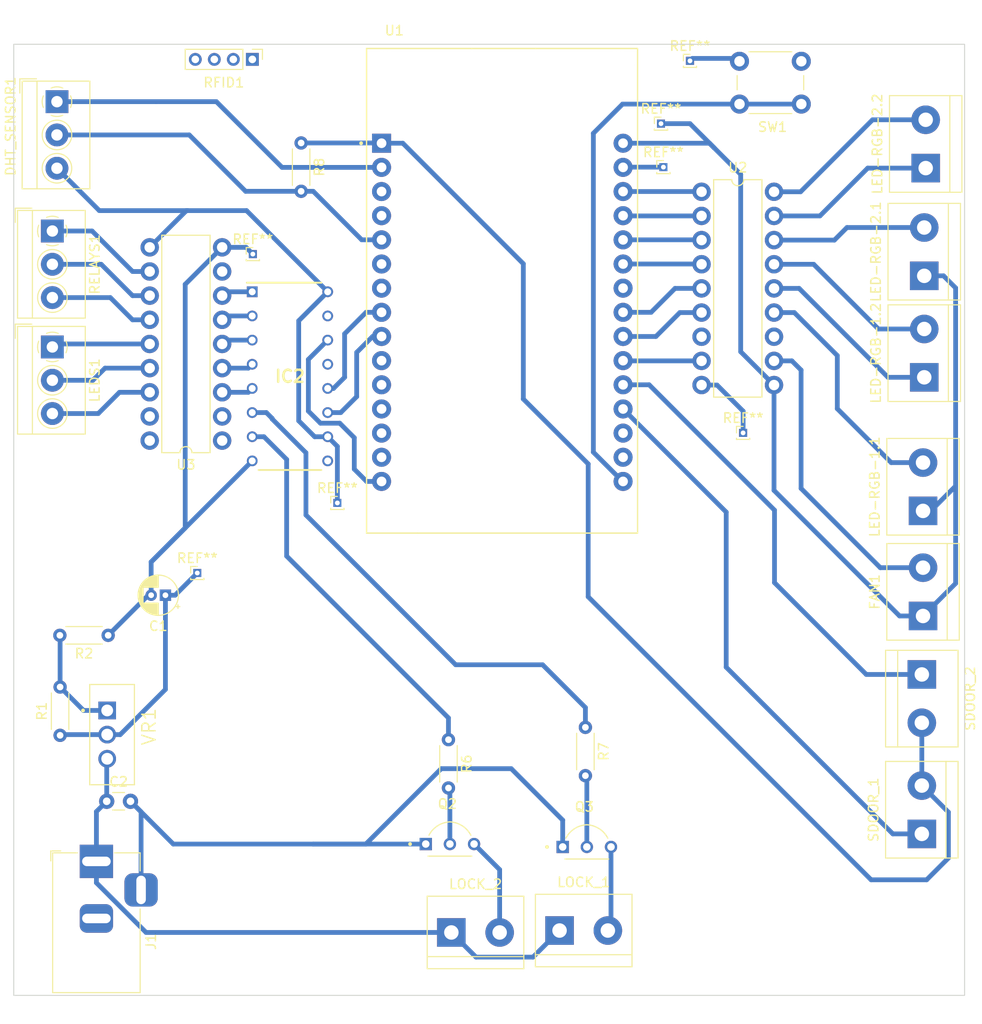
<source format=kicad_pcb>
(kicad_pcb (version 20221018) (generator pcbnew)
  (layers (0 "F.Cu" signal) (31 "B.Cu" signal) (34 "B.Paste" user) (35 "F.Paste" user) (36 "B.SilkS" user "B.Silkscreen") (37 "F.SilkS" user "F.Silkscreen") (38 "B.Mask" user) (39 "F.Mask" user) (44 "Edge.Cuts" user))
  (net 0 "")
  (net 1 "+5V")
  (net 2 "GND")
  (net 3 "+12V")
  (net 4 "DHT_DATA")
  (net 6 "SH_CP")
  (net 7 "ST_CP")
  (net 8 "DS")
  (net 10 "RED-LED")
  (net 11 "GREEN-LED")
  (net 12 "BLUE-LED")
  (net 13 "Net-(Q2-Pad2)")
  (net 14 "Net-(Q3-Pad2)")
  (net 15 "Net-(VR1-ADJ)")
  (net 16 "LOCKER_2")
  (net 17 "LOCKER_1")
  (net 18 "FAN_PWM")
  (net 19 "Net-(RELAYS1-Pin_1)")
  (net 20 "Net-(RELAYS1-Pin_2)")
  (net 21 "Net-(RELAYS1-Pin_3)")
  (net 22 "+3.3V")
  (net 23 "SDOOR1")
  (net 24 "SDOOR2")
  (net 26 "RFID - TX")
  (net 27 "RFID - RX")
  (net 28 "Net-(LEDS1-Pin_1)")
  (net 32 "Net-(LEDS1-Pin_2)")
  (net 36 "GREEN-LED-2")
  (net 37 "BLUE-LED-2")
  (net 38 "RED-LED-2")
  (net 39 "FAN_PWM_DRIVER")
  (net 40 "Net-(U1-EN)")
  (net 42 "/EXPANSION DRIVERS/F")
  (net 43 "/EXPANSION DRIVERS/E")
  (net 44 "/EXPANSION DRIVERS/D")
  (net 45 "/EXPANSION DRIVERS/C")
  (net 46 "/EXPANSION DRIVERS/B")
  (net 48 "/EXPANSION DRIVERS/A")
  (net 50 "Net-(LEDS1-Pin_3)")
  (net 58 "Net-(LOCK_1-Pin_2)")
  (net 59 "Net-(LOCK_2-Pin_2)")
  (net 60 "Net-(LED-RGB-2.2-Pin_1)")
  (net 61 "Net-(LED-RGB-2.1-Pin_2)")
  (net 62 "Net-(LED-RGB-1.2-Pin_1)")
  (net 63 "Net-(LED-RGB-1.1-Pin_2)")
  (net 64 "Net-(LED-RGB-1.2-Pin_2)")
  (net 65 "Net-(LED-RGB-2.2-Pin_2)")
  (footprint "SN74HC595N:DIP794W53P254L1930H508Q16N" (layer "F.Cu") (at 123.03 78.8924)
    (fp_text reference "IC2" (at 0 0) (layer "F.SilkS") (effects (font (size 1.27 1.27) (thickness 0.254))))
    (fp_text value "SN74HC595N" hide)
    (pad "1" thru_hole rect (at -3.97 -8.89) (size 1.13 1.13) (drill 0.73) (layers "*.Cu" "*.Mask") (net 46 "/EXPANSION DRIVERS/B"))
    (pad "2" thru_hole circle (at -3.97 -6.35) (size 1.13 1.13) (drill 0.73) (layers "*.Cu" "*.Mask") (net 45 "/EXPANSION DRIVERS/C"))
    (pad "3" thru_hole circle (at -3.97 -3.81) (size 1.13 1.13) (drill 0.73) (layers "*.Cu" "*.Mask") (net 44 "/EXPANSION DRIVERS/D"))
    (pad "4" thru_hole circle (at -3.97 -1.27) (size 1.13 1.13) (drill 0.73) (layers "*.Cu" "*.Mask") (net 43 "/EXPANSION DRIVERS/E"))
    (pad "5" thru_hole circle (at -3.97 1.27) (size 1.13 1.13) (drill 0.73) (layers "*.Cu" "*.Mask") (net 42 "/EXPANSION DRIVERS/F"))
    (pad "6" thru_hole circle (at -3.97 3.81) (size 1.13 1.13) (drill 0.73) (layers "*.Cu" "*.Mask") (net 17 "LOCKER_1"))
    (pad "7" thru_hole circle (at -3.97 6.35) (size 1.13 1.13) (drill 0.73) (layers "*.Cu" "*.Mask") (net 16 "LOCKER_2"))
    (pad "8" thru_hole circle (at -3.97 8.89) (size 1.13 1.13) (drill 0.73) (layers "*.Cu" "*.Mask") (net 2 "GND"))
    (pad "9" thru_hole circle (at 3.97 8.89) (size 1.13 1.13) (drill 0.73) (layers "*.Cu" "*.Mask"))
    (pad "10" thru_hole circle (at 3.97 6.35) (size 1.13 1.13) (drill 0.73) (layers "*.Cu" "*.Mask") (net 1 "+5V"))
    (pad "11" thru_hole circle (at 3.97 3.81) (size 1.13 1.13) (drill 0.73) (layers "*.Cu" "*.Mask") (net 6 "SH_CP"))
    (pad "12" thru_hole circle (at 3.97 1.27) (size 1.13 1.13) (drill 0.73) (layers "*.Cu" "*.Mask") (net 7 "ST_CP"))
    (pad "13" thru_hole circle (at 3.97 -1.27) (size 1.13 1.13) (drill 0.73) (layers "*.Cu" "*.Mask") (net 2 "GND"))
    (pad "14" thru_hole circle (at 3.97 -3.81) (size 1.13 1.13) (drill 0.73) (layers "*.Cu" "*.Mask") (net 8 "DS"))
    (pad "15" thru_hole circle (at 3.97 -6.35) (size 1.13 1.13) (drill 0.73) (layers "*.Cu" "*.Mask"))
    (pad "16" thru_hole circle (at 3.97 -8.89) (size 1.13 1.13) (drill 0.73) (layers "*.Cu" "*.Mask") (net 1 "+5V"))
  )
  (footprint "Connector_PinHeader_1.00mm:PinHeader_1x01_P1.00mm_Vertical" (layer "F.Cu") (at 128.016 92.202)
    (fp_text reference "REF**" (at 0 -1.56) (layer "F.SilkS"))
    (fp_text value "PinHeader_1x01_P1.00mm_Vertical")
    (pad "1" thru_hole rect (at 0 0) (size 0.85 0.85) (drill 0.5) (layers "*.Cu" "*.Mask") (net 1 "+5V"))
  )
  (footprint "TerminalBlock:TerminalBlock_bornier-2_P5.08mm" (layer "F.Cu") (at 151.384 137.16)
    (fp_text reference "LOCK_1" (at 2.54 -5.08) (layer "F.SilkS"))
    (fp_text value "Screw_Terminal_01x02")
    (pad "1" thru_hole rect (at 0 0) (size 3 3) (drill 1.52) (layers "*.Cu" "*.Mask") (net 3 "+12V"))
    (pad "2" thru_hole circle (at 5.08 0) (size 3 3) (drill 1.52) (layers "*.Cu" "*.Mask") (net 58 "Net-(LOCK_1-Pin_2)"))
  )
  (footprint "Button_Switch_THT:SW_PUSH_6mm_H4.3mm" (layer "F.Cu") (at 170.3094 45.7666)
    (fp_text reference "SW1" (at 3.4774 6.913) (layer "F.SilkS"))
    (fp_text value "SW_Push")
    (pad "1" thru_hole circle (at 0 0 90) (size 2 2) (drill 1.1) (layers "*.Cu" "*.Mask") (net 2 "GND"))
    (pad "1" thru_hole circle (at 6.5 0 90) (size 2 2) (drill 1.1) (layers "*.Cu" "*.Mask") (net 2 "GND"))
    (pad "2" thru_hole circle (at 0 4.5 90) (size 2 2) (drill 1.1) (layers "*.Cu" "*.Mask") (net 40 "Net-(U1-EN)"))
    (pad "2" thru_hole circle (at 6.5 4.5 90) (size 2 2) (drill 1.1) (layers "*.Cu" "*.Mask") (net 40 "Net-(U1-EN)"))
  )
  (footprint "Resistor_THT:R_Axial_DIN0204_L3.6mm_D1.6mm_P5.08mm_Horizontal" (layer "F.Cu") (at 103.9114 106.1212 180)
    (fp_text reference "R2" (at 2.54 -1.92) (layer "F.SilkS"))
    (fp_text value "680")
    (pad "1" thru_hole circle (at 0 0 180) (size 1.4 1.4) (drill 0.7) (layers "*.Cu" "*.Mask") (net 2 "GND"))
    (pad "2" thru_hole oval (at 5.08 0 180) (size 1.4 1.4) (drill 0.7) (layers "*.Cu" "*.Mask") (net 15 "Net-(VR1-ADJ)"))
  )
  (footprint "TerminalBlock_4Ucon:TerminalBlock_4Ucon_1x03_P3.50mm_Horizontal" (layer "F.Cu") (at 98.044 75.804 -90)
    (fp_text reference "LEDS1" (at 3.5 -4.46 90) (layer "F.SilkS"))
    (fp_text value "Screw_Terminal_01x03")
    (pad "1" thru_hole rect (at 0 0 270) (size 2.4 2.4) (drill 1.2) (layers "*.Cu" "*.Mask") (net 28 "Net-(LEDS1-Pin_1)"))
    (pad "2" thru_hole circle (at 3.5 0 270) (size 2.4 2.4) (drill 1.2) (layers "*.Cu" "*.Mask") (net 32 "Net-(LEDS1-Pin_2)"))
    (pad "3" thru_hole circle (at 7 0 270) (size 2.4 2.4) (drill 1.2) (layers "*.Cu" "*.Mask") (net 50 "Net-(LEDS1-Pin_3)"))
  )
  (footprint "Connector_PinHeader_1.00mm:PinHeader_1x01_P1.00mm_Vertical" (layer "F.Cu") (at 162.306 56.896)
    (fp_text reference "REF**" (at 0 -1.56) (layer "F.SilkS"))
    (fp_text value "PinHeader_1x01_P1.00mm_Vertical")
    (pad "1" thru_hole rect (at 0 0) (size 0.85 0.85) (drill 0.5) (layers "*.Cu" "*.Mask") (net 2 "GND"))
  )
  (footprint "Connector_BarrelJack:BarrelJack_Horizontal" (layer "F.Cu") (at 102.6745 129.89 90)
    (fp_text reference "J1" (at -8.45 5.75 90) (layer "F.SilkS"))
    (fp_text value "Barrel_Jack_Switch_Pin3Ring")
    (pad "1" thru_hole rect (at 0 0 90) (size 3.5 3.5) (drill oval 1 3) (layers "*.Cu" "*.Mask") (net 3 "+12V"))
    (pad "2" thru_hole roundrect (at -6 0 90) (size 3 3.5) (drill oval 1 3) (layers "*.Cu" "*.Mask"))
    (pad "3" thru_hole roundrect (at -3 4.7 90) (size 3.5 3.5) (drill oval 3 1) (layers "*.Cu" "*.Mask") (net 2 "GND"))
  )
  (footprint "Connector_PinHeader_1.00mm:PinHeader_1x01_P1.00mm_Vertical" (layer "F.Cu") (at 165.1 45.72)
    (fp_text reference "REF**" (at 0 -1.56) (layer "F.SilkS"))
    (fp_text value "PinHeader_1x01_P1.00mm_Vertical")
    (pad "1" thru_hole rect (at 0 0) (size 0.85 0.85) (drill 0.5) (layers "*.Cu" "*.Mask") (net 2 "GND"))
  )
  (footprint "ULN2803A:ULN2803A" (layer "F.Cu") (at 112.0902 76.7588 180)
    (fp_text reference "U3" (at 0 -11.43) (layer "F.SilkS"))
    (fp_text value "ULN2803A")
    (pad "1" thru_hole circle (at -3.81 -8.89 180) (size 1.9304 1.9304) (drill 1.1) (layers "*.Cu" "*.Mask"))
    (pad "2" thru_hole circle (at -3.81 -6.35 180) (size 1.9304 1.9304) (drill 1.1) (layers "*.Cu" "*.Mask"))
    (pad "3" thru_hole circle (at -3.81 -3.81 180) (size 1.9304 1.9304) (drill 1.1) (layers "*.Cu" "*.Mask") (net 42 "/EXPANSION DRIVERS/F"))
    (pad "4" thru_hole circle (at -3.81 -1.27 180) (size 1.9304 1.9304) (drill 1.1) (layers "*.Cu" "*.Mask") (net 43 "/EXPANSION DRIVERS/E"))
    (pad "5" thru_hole circle (at -3.81 1.27 180) (size 1.9304 1.9304) (drill 1.1) (layers "*.Cu" "*.Mask") (net 44 "/EXPANSION DRIVERS/D"))
    (pad "6" thru_hole circle (at -3.81 3.81 180) (size 1.9304 1.9304) (drill 1.1) (layers "*.Cu" "*.Mask") (net 45 "/EXPANSION DRIVERS/C"))
    (pad "7" thru_hole circle (at -3.81 6.35 180) (size 1.9304 1.9304) (drill 1.1) (layers "*.Cu" "*.Mask") (net 46 "/EXPANSION DRIVERS/B"))
    (pad "8" thru_hole circle (at -3.81 8.89 180) (size 1.9304 1.9304) (drill 1.1) (layers "*.Cu" "*.Mask") (net 48 "/EXPANSION DRIVERS/A"))
    (pad "9" thru_hole circle (at -3.81 11.43 180) (size 1.9304 1.9304) (drill 1.1) (layers "*.Cu" "*.Mask") (net 2 "GND"))
    (pad "10" thru_hole circle (at 3.81 11.43 180) (size 1.9304 1.9304) (drill 1.1) (layers "*.Cu" "*.Mask") (net 1 "+5V"))
    (pad "11" thru_hole circle (at 3.81 8.89 180) (size 1.9304 1.9304) (drill 1.1) (layers "*.Cu" "*.Mask") (net 19 "Net-(RELAYS1-Pin_1)"))
    (pad "12" thru_hole circle (at 3.81 6.35 180) (size 1.9304 1.9304) (drill 1.1) (layers "*.Cu" "*.Mask") (net 20 "Net-(RELAYS1-Pin_2)"))
    (pad "13" thru_hole circle (at 3.81 3.81 180) (size 1.9304 1.9304) (drill 1.1) (layers "*.Cu" "*.Mask") (net 21 "Net-(RELAYS1-Pin_3)"))
    (pad "14" thru_hole circle (at 3.81 1.27 180) (size 1.9304 1.9304) (drill 1.1) (layers "*.Cu" "*.Mask") (net 28 "Net-(LEDS1-Pin_1)"))
    (pad "15" thru_hole circle (at 3.81 -1.27 180) (size 1.9304 1.9304) (drill 1.1) (layers "*.Cu" "*.Mask") (net 32 "Net-(LEDS1-Pin_2)"))
    (pad "16" thru_hole circle (at 3.81 -3.81 180) (size 1.9304 1.9304) (drill 1.1) (layers "*.Cu" "*.Mask") (net 50 "Net-(LEDS1-Pin_3)"))
    (pad "17" thru_hole circle (at 3.81 -6.35 180) (size 1.9304 1.9304) (drill 1.1) (layers "*.Cu" "*.Mask"))
    (pad "18" thru_hole circle (at 3.81 -8.89 180) (size 1.9304 1.9304) (drill 1.1) (layers "*.Cu" "*.Mask"))
  )
  (footprint "TerminalBlock:TerminalBlock_bornier-2_P5.08mm" (layer "F.Cu") (at 140.0048 137.3632)
    (fp_text reference "LOCK_2" (at 2.54 -5.08) (layer "F.SilkS"))
    (fp_text value "Screw_Terminal_01x02")
    (pad "1" thru_hole rect (at 0 0) (size 3 3) (drill 1.52) (layers "*.Cu" "*.Mask") (net 3 "+12V"))
    (pad "2" thru_hole circle (at 5.08 0) (size 3 3) (drill 1.52) (layers "*.Cu" "*.Mask") (net 59 "Net-(LOCK_2-Pin_2)"))
  )
  (footprint "Capacitor_THT:C_Disc_D3.0mm_W1.6mm_P2.50mm" (layer "F.Cu") (at 103.759 123.571)
    (fp_text reference "C2" (at 1.25 -2.05) (layer "F.SilkS"))
    (fp_text value "0.1uF")
    (pad "1" thru_hole circle (at 0 0) (size 1.6 1.6) (drill 0.8) (layers "*.Cu" "*.Mask") (net 3 "+12V"))
    (pad "2" thru_hole circle (at 2.5 0) (size 1.6 1.6) (drill 0.8) (layers "*.Cu" "*.Mask") (net 2 "GND"))
  )
  (footprint "TerminalBlock:TerminalBlock_bornier-2_P5.08mm" (layer "F.Cu") (at 189.738 68.326 90)
    (fp_text reference "LED-RGB-2.1" (at 2.54 -5.08 90) (layer "F.SilkS"))
    (fp_text value "Screw_Terminal_01x02")
    (pad "1" thru_hole rect (at 0 0 90) (size 3 3) (drill 1.52) (layers "*.Cu" "*.Mask") (net 1 "+5V"))
    (pad "2" thru_hole circle (at 5.08 0 90) (size 3 3) (drill 1.52) (layers "*.Cu" "*.Mask") (net 61 "Net-(LED-RGB-2.1-Pin_2)"))
  )
  (footprint "Connector_PinHeader_1.00mm:PinHeader_1x01_P1.00mm_Vertical" (layer "F.Cu") (at 119.126 66.04)
    (fp_text reference "REF**" (at 0 -1.56) (layer "F.SilkS"))
    (fp_text value "PinHeader_1x01_P1.00mm_Vertical")
    (pad "1" thru_hole rect (at 0 0) (size 0.85 0.85) (drill 0.5) (layers "*.Cu" "*.Mask") (net 2 "GND"))
  )
  (footprint "TerminalBlock_4Ucon:TerminalBlock_4Ucon_1x03_P3.50mm_Horizontal" (layer "F.Cu") (at 98.5266 50.0126 -90)
    (fp_text reference "DHT_SENSOR1" (at 2.5908 4.8768 90) (layer "F.SilkS"))
    (fp_text value "Screw_Terminal_01x03")
    (pad "1" thru_hole rect (at 0 0 270) (size 2.4 2.4) (drill 1.2) (layers "*.Cu" "*.Mask") (net 2 "GND"))
    (pad "2" thru_hole circle (at 3.5 0 270) (size 2.4 2.4) (drill 1.2) (layers "*.Cu" "*.Mask") (net 4 "DHT_DATA"))
    (pad "3" thru_hole circle (at 7 0 270) (size 2.4 2.4) (drill 1.2) (layers "*.Cu" "*.Mask") (net 1 "+5V"))
  )
  (footprint "Capacitor_THT:CP_Radial_D4.0mm_P1.50mm" (layer "F.Cu") (at 109.9326 101.9048 180)
    (fp_text reference "C1" (at 0.75 -3.25) (layer "F.SilkS"))
    (fp_text value "1uF")
    (pad "1" thru_hole rect (at 0 0 180) (size 1.2 1.2) (drill 0.6) (layers "*.Cu" "*.Mask") (net 1 "+5V"))
    (pad "2" thru_hole circle (at 1.5 0 180) (size 1.2 1.2) (drill 0.6) (layers "*.Cu" "*.Mask") (net 2 "GND"))
  )
  (footprint "Resistor_THT:R_Axial_DIN0204_L3.6mm_D1.6mm_P5.08mm_Horizontal" (layer "F.Cu") (at 154.1018 115.7986 -90)
    (fp_text reference "R7" (at 2.54 -1.92 90) (layer "F.SilkS"))
    (fp_text value "1k")
    (pad "1" thru_hole circle (at 0 0 270) (size 1.4 1.4) (drill 0.7) (layers "*.Cu" "*.Mask") (net 17 "LOCKER_1"))
    (pad "2" thru_hole oval (at 5.08 0 270) (size 1.4 1.4) (drill 0.7) (layers "*.Cu" "*.Mask") (net 14 "Net-(Q3-Pad2)"))
  )
  (footprint "Connector_PinHeader_1.00mm:PinHeader_1x01_P1.00mm_Vertical" (layer "F.Cu") (at 170.688 84.836)
    (fp_text reference "REF**" (at 0 -1.56) (layer "F.SilkS"))
    (fp_text value "PinHeader_1x01_P1.00mm_Vertical")
    (pad "1" thru_hole rect (at 0 0) (size 0.85 0.85) (drill 0.5) (layers "*.Cu" "*.Mask") (net 2 "GND"))
  )
  (footprint "Resistor_THT:R_Axial_DIN0204_L3.6mm_D1.6mm_P5.08mm_Horizontal" (layer "F.Cu") (at 98.8568 116.6368 90)
    (fp_text reference "R1" (at 2.54 -1.92 90) (layer "F.SilkS"))
    (fp_text value "240")
    (pad "1" thru_hole circle (at 0 0 90) (size 1.4 1.4) (drill 0.7) (layers "*.Cu" "*.Mask") (net 1 "+5V"))
    (pad "2" thru_hole oval (at 5.08 0 90) (size 1.4 1.4) (drill 0.7) (layers "*.Cu" "*.Mask") (net 15 "Net-(VR1-ADJ)"))
  )
  (footprint "TerminalBlock:TerminalBlock_bornier-2_P5.08mm" (layer "F.Cu") (at 189.738 78.994 90)
    (fp_text reference "LED-RGB-1.2" (at 2.54 -5.08 90) (layer "F.SilkS"))
    (fp_text value "Screw_Terminal_01x02")
    (pad "1" thru_hole rect (at 0 0 90) (size 3 3) (drill 1.52) (layers "*.Cu" "*.Mask") (net 62 "Net-(LED-RGB-1.2-Pin_1)"))
    (pad "2" thru_hole circle (at 5.08 0 90) (size 3 3) (drill 1.52) (layers "*.Cu" "*.Mask") (net 64 "Net-(LED-RGB-1.2-Pin_2)"))
  )
  (footprint "2N2222A:TO92254P470H750-3" (layer "F.Cu") (at 139.8524 125.7368)
    (fp_text reference "Q2" (at -0.264 -1.887) (layer "F.SilkS"))
    (fp_text value "2N2222A")
    (pad "1" thru_hole rect (at -2.54 2.33) (size 1.298 1.298) (drill 0.79) (layers "*.Cu" "*.Mask") (net 2 "GND"))
    (pad "2" thru_hole circle (at 0 2.33) (size 1.298 1.298) (drill 0.79) (layers "*.Cu" "*.Mask") (net 13 "Net-(Q2-Pad2)"))
    (pad "3" thru_hole circle (at 2.54 2.33) (size 1.298 1.298) (drill 0.79) (layers "*.Cu" "*.Mask") (net 59 "Net-(LOCK_2-Pin_2)"))
  )
  (footprint "2N2222A:TO92254P470H750-3" (layer "F.Cu") (at 154.2542 126.0416)
    (fp_text reference "Q3" (at -0.264 -1.887) (layer "F.SilkS"))
    (fp_text value "2N2222A")
    (pad "1" thru_hole rect (at -2.54 2.33) (size 1.298 1.298) (drill 0.79) (layers "*.Cu" "*.Mask") (net 2 "GND"))
    (pad "2" thru_hole circle (at 0 2.33) (size 1.298 1.298) (drill 0.79) (layers "*.Cu" "*.Mask") (net 14 "Net-(Q3-Pad2)"))
    (pad "3" thru_hole circle (at 2.54 2.33) (size 1.298 1.298) (drill 0.79) (layers "*.Cu" "*.Mask") (net 58 "Net-(LOCK_1-Pin_2)"))
  )
  (footprint "Resistor_THT:R_Axial_DIN0204_L3.6mm_D1.6mm_P5.08mm_Horizontal" (layer "F.Cu") (at 124.206 54.356 -90)
    (fp_text reference "R8" (at 2.54 -1.92 90) (layer "F.SilkS"))
    (fp_text value "R")
    (pad "1" thru_hole circle (at 0 0 270) (size 1.4 1.4) (drill 0.7) (layers "*.Cu" "*.Mask") (net 22 "+3.3V"))
    (pad "2" thru_hole oval (at 5.08 0 270) (size 1.4 1.4) (drill 0.7) (layers "*.Cu" "*.Mask") (net 4 "DHT_DATA"))
  )
  (footprint "LM317T:TO254P1054X470X1955-3" (layer "F.Cu") (at 103.8098 116.5606 -90)
    (fp_text reference "VR1" (at -0.835 -4.399 90) (layer "F.SilkS") (effects (font (size 1.4 1.4))))
    (fp_text value "LM317T")
    (pad "1" thru_hole rect (at -2.54 0 270) (size 1.86 1.86) (drill 1.24) (layers "*.Cu" "*.Mask") (net 15 "Net-(VR1-ADJ)"))
    (pad "2" thru_hole circle (at 0 0 270) (size 1.86 1.86) (drill 1.24) (layers "*.Cu" "*.Mask") (net 1 "+5V"))
    (pad "3" thru_hole circle (at 2.54 0 270) (size 1.86 1.86) (drill 1.24) (layers "*.Cu" "*.Mask") (net 3 "+12V"))
  )
  (footprint "Resistor_THT:R_Axial_DIN0204_L3.6mm_D1.6mm_P5.08mm_Horizontal" (layer "F.Cu") (at 139.7 117.094 -90)
    (fp_text reference "R6" (at 2.54 -1.92 90) (layer "F.SilkS"))
    (fp_text value "1K")
    (pad "1" thru_hole circle (at 0 0 270) (size 1.4 1.4) (drill 0.7) (layers "*.Cu" "*.Mask") (net 16 "LOCKER_2"))
    (pad "2" thru_hole oval (at 5.08 0 270) (size 1.4 1.4) (drill 0.7) (layers "*.Cu" "*.Mask") (net 13 "Net-(Q2-Pad2)"))
  )
  (footprint "Connector_PinHeader_2.00mm:PinHeader_1x04_P2.00mm_Vertical" (layer "F.Cu") (at 119.0752 45.5676 -90)
    (fp_text reference "RFID1" (at 2.4384 2.9972) (layer "F.SilkS"))
    (fp_text value "Conn_01x04_Pin")
    (pad "1" thru_hole rect (at 0 0 270) (size 1.35 1.35) (drill 0.8) (layers "*.Cu" "*.Mask") (net 1 "+5V"))
    (pad "2" thru_hole oval (at 0 2 270) (size 1.35 1.35) (drill 0.8) (layers "*.Cu" "*.Mask") (net 26 "RFID - TX"))
    (pad "3" thru_hole oval (at 0 4 270) (size 1.35 1.35) (drill 0.8) (layers "*.Cu" "*.Mask") (net 27 "RFID - RX"))
    (pad "4" thru_hole oval (at 0 6 270) (size 1.35 1.35) (drill 0.8) (layers "*.Cu" "*.Mask") (net 2 "GND"))
  )
  (footprint "TerminalBlock_4Ucon:TerminalBlock_4Ucon_1x03_P3.50mm_Horizontal" (layer "F.Cu") (at 98.044 63.612 -90)
    (fp_text reference "RELAYS1" (at 3.5 -4.46 90) (layer "F.SilkS"))
    (fp_text value "Screw_Terminal_01x03")
    (pad "1" thru_hole rect (at 0 0 270) (size 2.4 2.4) (drill 1.2) (layers "*.Cu" "*.Mask") (net 19 "Net-(RELAYS1-Pin_1)"))
    (pad "2" thru_hole circle (at 3.5 0 270) (size 2.4 2.4) (drill 1.2) (layers "*.Cu" "*.Mask") (net 20 "Net-(RELAYS1-Pin_2)"))
    (pad "3" thru_hole circle (at 7 0 270) (size 2.4 2.4) (drill 1.2) (layers "*.Cu" "*.Mask") (net 21 "Net-(RELAYS1-Pin_3)"))
  )
  (footprint "TerminalBlock:TerminalBlock_bornier-2_P5.08mm" (layer "F.Cu") (at 189.611 104.0892 90)
    (fp_text reference "FAN1" (at 2.54 -5.08 90) (layer "F.SilkS"))
    (fp_text value "Fan")
    (pad "1" thru_hole rect (at 0 0 90) (size 3 3) (drill 1.52) (layers "*.Cu" "*.Mask") (net 1 "+5V"))
    (pad "2" thru_hole circle (at 5.08 0 90) (size 3 3) (drill 1.52) (layers "*.Cu" "*.Mask") (net 18 "FAN_PWM"))
  )
  (footprint "ESP32-DEVKIT-V1:MODULE_ESP32_DEVKIT_V1" (layer "F.Cu") (at 145.3642 69.8964)
    (fp_text reference "U1" (at -11.355 -27.36) (layer "F.SilkS"))
    (fp_text value "ESP32-DEVKIT-V1")
    (pad "" np_thru_hole circle (at -12.28 -23.475) (size 3 3) (drill 3) (layers "*.Cu" "*.Mask"))
    (pad "" np_thru_hole circle (at -12.28 23.475) (size 3 3) (drill 3) (layers "*.Cu" "*.Mask"))
    (pad "" np_thru_hole circle (at 12.23 -23.475) (size 3 3) (drill 3) (layers "*.Cu" "*.Mask"))
    (pad "" np_thru_hole circle (at 12.23 23.475) (size 3 3) (drill 3) (layers "*.Cu" "*.Mask"))
    (pad "1" thru_hole rect (at -12.7 -15.515) (size 2 2) (drill 1.02) (layers "*.Cu" "*.Mask") (net 22 "+3.3V"))
    (pad "2" thru_hole circle (at -12.7 -12.975) (size 2 2) (drill 1.02) (layers "*.Cu" "*.Mask") (net 2 "GND"))
    (pad "3" thru_hole circle (at -12.7 -10.435) (size 2 2) (drill 1.02) (layers "*.Cu" "*.Mask"))
    (pad "4" thru_hole circle (at -12.7 -7.895) (size 2 2) (drill 1.02) (layers "*.Cu" "*.Mask"))
    (pad "5" thru_hole circle (at -12.7 -5.355) (size 2 2) (drill 1.02) (layers "*.Cu" "*.Mask") (net 4 "DHT_DATA"))
    (pad "6" thru_hole circle (at -12.7 -2.815) (size 2 2) (drill 1.02) (layers "*.Cu" "*.Mask") (net 26 "RFID - TX"))
    (pad "7" thru_hole circle (at -12.7 -0.275) (size 2 2) (drill 1.02) (layers "*.Cu" "*.Mask") (net 27 "RFID - RX"))
    (pad "8" thru_hole circle (at -12.7 2.265) (size 2 2) (drill 1.02) (layers "*.Cu" "*.Mask") (net 7 "ST_CP"))
    (pad "9" thru_hole circle (at -12.7 4.805) (size 2 2) (drill 1.02) (layers "*.Cu" "*.Mask") (net 6 "SH_CP"))
    (pad "10" thru_hole circle (at -12.7 7.345) (size 2 2) (drill 1.02) (layers "*.Cu" "*.Mask"))
    (pad "11" thru_hole circle (at -12.7 9.885) (size 2 2) (drill 1.02) (layers "*.Cu" "*.Mask"))
    (pad "12" thru_hole circle (at -12.7 12.425) (size 2 2) (drill 1.02) (layers "*.Cu" "*.Mask"))
    (pad "13" thru_hole circle (at -12.7 14.965) (size 2 2) (drill 1.02) (layers "*.Cu" "*.Mask"))
    (pad "14" thru_hole circle (at -12.7 17.505) (size 2 2) (drill 1.02) (layers "*.Cu" "*.Mask"))
    (pad "15" thru_hole circle (at -12.7 20.045) (size 2 2) (drill 1.02) (layers "*.Cu" "*.Mask") (net 8 "DS"))
    (pad "16" thru_hole circle (at 12.7 20.045) (size 2 2) (drill 1.02) (layers "*.Cu" "*.Mask") (net 40 "Net-(U1-EN)"))
    (pad "17" thru_hole circle (at 12.7 17.505) (size 2 2) (drill 1.02) (layers "*.Cu" "*.Mask"))
    (pad "18" thru_hole circle (at 12.7 14.965) (size 2 2) (drill 1.02) (layers "*.Cu" "*.Mask"))
    (pad "19" thru_hole circle (at 12.7 12.425) (size 2 2) (drill 1.02) (layers "*.Cu" "*.Mask") (net 23 "SDOOR1"))
    (pad "20" thru_hole circle (at 12.7 9.885) (size 2 2) (drill 1.02) (layers "*.Cu" "*.Mask") (net 24 "SDOOR2"))
    (pad "21" thru_hole circle (at 12.7 7.345) (size 2 2) (drill 1.02) (layers "*.Cu" "*.Mask") (net 39 "FAN_PWM_DRIVER"))
    (pad "22" thru_hole circle (at 12.7 4.805) (size 2 2) (drill 1.02) (layers "*.Cu" "*.Mask") (net 12 "BLUE-LED"))
    (pad "23" thru_hole circle (at 12.7 2.265) (size 2 2) (drill 1.02) (layers "*.Cu" "*.Mask") (net 11 "GREEN-LED"))
    (pad "24" thru_hole circle (at 12.7 -0.275) (size 2 2) (drill 1.02) (layers "*.Cu" "*.Mask"))
    (pad "25" thru_hole circle (at 12.7 -2.815) (size 2 2) (drill 1.02) (layers "*.Cu" "*.Mask") (net 10 "RED-LED"))
    (pad "26" thru_hole circle (at 12.7 -5.355) (size 2 2) (drill 1.02) (layers "*.Cu" "*.Mask") (net 37 "BLUE-LED-2"))
    (pad "27" thru_hole circle (at 12.7 -7.895) (size 2 2) (drill 1.02) (layers "*.Cu" "*.Mask") (net 38 "RED-LED-2"))
    (pad "28" thru_hole circle (at 12.7 -10.435) (size 2 2) (drill 1.02) (layers "*.Cu" "*.Mask") (net 36 "GREEN-LED-2"))
    (pad "29" thru_hole circle (at 12.7 -12.975) (size 2 2) (drill 1.02) (layers "*.Cu" "*.Mask") (net 2 "GND"))
    (pad "30" thru_hole circle (at 12.7 -15.515) (size 2 2) (drill 1.02) (layers "*.Cu" "*.Mask") (net 1 "+5V"))
  )
  (footprint "TerminalBlock:TerminalBlock_bornier-2_P5.08mm" (layer "F.Cu") (at 189.8904 56.9976 90)
    (fp_text reference "LED-RGB-2.2" (at 2.54 -5.08 90) (layer "F.SilkS"))
    (fp_text value "Screw_Terminal_01x02")
    (pad "1" thru_hole rect (at 0 0 90) (size 3 3) (drill 1.52) (layers "*.Cu" "*.Mask") (net 60 "Net-(LED-RGB-2.2-Pin_1)"))
    (pad "2" thru_hole circle (at 5.08 0 90) (size 3 3) (drill 1.52) (layers "*.Cu" "*.Mask") (net 65 "Net-(LED-RGB-2.2-Pin_2)"))
  )
  (footprint "Connector_PinHeader_1.00mm:PinHeader_1x01_P1.00mm_Vertical" (layer "F.Cu") (at 162.052 52.324)
    (fp_text reference "REF**" (at 0 -1.56) (layer "F.SilkS"))
    (fp_text value "PinHeader_1x01_P1.00mm_Vertical")
    (pad "1" thru_hole rect (at 0 0) (size 0.85 0.85) (drill 0.5) (layers "*.Cu" "*.Mask") (net 1 "+5V"))
  )
  (footprint "Connector_PinHeader_1.00mm:PinHeader_1x01_P1.00mm_Vertical" (layer "F.Cu") (at 113.284 99.568)
    (fp_text reference "REF**" (at 0 -1.56) (layer "F.SilkS"))
    (fp_text value "PinHeader_1x01_P1.00mm_Vertical")
    (pad "1" thru_hole rect (at 0 0) (size 0.85 0.85) (drill 0.5) (layers "*.Cu" "*.Mask") (net 1 "+5V"))
  )
  (footprint "TerminalBlock:TerminalBlock_bornier-2_P5.08mm" (layer "F.Cu") (at 189.484 110.236 -90)
    (fp_text reference "SDOOR_2" (at 2.54 -5.08 90) (layer "F.SilkS"))
    (fp_text value "Screw_Terminal_01x02")
    (pad "1" thru_hole rect (at 0 0 270) (size 3 3) (drill 1.52) (layers "*.Cu" "*.Mask") (net 24 "SDOOR2"))
    (pad "2" thru_hole circle (at 5.08 0 270) (size 3 3) (drill 1.52) (layers "*.Cu" "*.Mask") (net 22 "+3.3V"))
  )
  (footprint "ULN2803A:ULN2803A" (layer "F.Cu") (at 170.1292 68.3768)
    (fp_text reference "U2" (at 0 -11.43) (layer "F.SilkS"))
    (fp_text value "ULN2803A")
    (pad "1" thru_hole circle (at -3.81 -8.89) (size 1.9304 1.9304) (drill 1.1) (layers "*.Cu" "*.Mask") (net 36 "GREEN-LED-2"))
    (pad "2" thru_hole circle (at -3.81 -6.35) (size 1.9304 1.9304) (drill 1.1) (layers "*.Cu" "*.Mask") (net 38 "RED-LED-2"))
    (pad "3" thru_hole circle (at -3.81 -3.81) (size 1.9304 1.9304) (drill 1.1) (layers "*.Cu" "*.Mask") (net 37 "BLUE-LED-2"))
    (pad "4" thru_hole circle (at -3.81 -1.27) (size 1.9304 1.9304) (drill 1.1) (layers "*.Cu" "*.Mask") (net 10 "RED-LED"))
    (pad "5" thru_hole circle (at -3.81 1.27) (size 1.9304 1.9304) (drill 1.1) (layers "*.Cu" "*.Mask") (net 11 "GREEN-LED"))
    (pad "6" thru_hole circle (at -3.81 3.81) (size 1.9304 1.9304) (drill 1.1) (layers "*.Cu" "*.Mask") (net 12 "BLUE-LED"))
    (pad "7" thru_hole circle (at -3.81 6.35) (size 1.9304 1.9304) (drill 1.1) (layers "*.Cu" "*.Mask"))
    (pad "8" thru_hole circle (at -3.81 8.89) (size 1.9304 1.9304) (drill 1.1) (layers "*.Cu" "*.Mask") (net 39 "FAN_PWM_DRIVER"))
    (pad "9" thru_hole circle (at -3.81 11.43) (size 1.9304 1.9304) (drill 1.1) (layers "*.Cu" "*.Mask") (net 2 "GND"))
    (pad "10" thru_hole circle (at 3.81 11.43) (size 1.9304 1.9304) (drill 1.1) (layers "*.Cu" "*.Mask") (net 1 "+5V"))
    (pad "11" thru_hole circle (at 3.81 8.89) (size 1.9304 1.9304) (drill 1.1) (layers "*.Cu" "*.Mask") (net 18 "FAN_PWM"))
    (pad "12" thru_hole circle (at 3.81 6.35) (size 1.9304 1.9304) (drill 1.1) (layers "*.Cu" "*.Mask"))
    (pad "13" thru_hole circle (at 3.81 3.81) (size 1.9304 1.9304) (drill 1.1) (layers "*.Cu" "*.Mask") (net 63 "Net-(LED-RGB-1.1-Pin_2)"))
    (pad "14" thru_hole circle (at 3.81 1.27) (size 1.9304 1.9304) (drill 1.1) (layers "*.Cu" "*.Mask") (net 62 "Net-(LED-RGB-1.2-Pin_1)"))
    (pad "15" thru_hole circle (at 3.81 -1.27) (size 1.9304 1.9304) (drill 1.1) (layers "*.Cu" "*.Mask") (net 64 "Net-(LED-RGB-1.2-Pin_2)"))
    (pad "16" thru_hole circle (at 3.81 -3.81) (size 1.9304 1.9304) (drill 1.1) (layers "*.Cu" "*.Mask") (net 61 "Net-(LED-RGB-2.1-Pin_2)"))
    (pad "17" thru_hole circle (at 3.81 -6.35) (size 1.9304 1.9304) (drill 1.1) (layers "*.Cu" "*.Mask") (net 60 "Net-(LED-RGB-2.2-Pin_1)"))
    (pad "18" thru_hole circle (at 3.81 -8.89) (size 1.9304 1.9304) (drill 1.1) (layers "*.Cu" "*.Mask") (net 65 "Net-(LED-RGB-2.2-Pin_2)"))
  )
  (footprint "TerminalBlock:TerminalBlock_bornier-2_P5.08mm" (layer "F.Cu") (at 189.484 127 90)
    (fp_text reference "SDOOR_1" (at 2.54 -5.08 90) (layer "F.SilkS"))
    (fp_text value "Screw_Terminal_01x02")
    (pad "1" thru_hole rect (at 0 0 90) (size 3 3) (drill 1.52) (layers "*.Cu" "*.Mask") (net 23 "SDOOR1"))
    (pad "2" thru_hole circle (at 5.08 0 90) (size 3 3) (drill 1.52) (layers "*.Cu" "*.Mask") (net 22 "+3.3V"))
  )
  (footprint "TerminalBlock:TerminalBlock_bornier-2_P5.08mm" (layer "F.Cu") (at 189.611 93.0402 90)
    (fp_text reference "LED-RGB-1.1" (at 2.54 -5.08 90) (layer "F.SilkS"))
    (fp_text value "Screw_Terminal_01x02")
    (pad "1" thru_hole rect (at 0 0 90) (size 3 3) (drill 1.52) (layers "*.Cu" "*.Mask") (net 1 "+5V"))
    (pad "2" thru_hole circle (at 5.08 0 90) (size 3 3) (drill 1.52) (layers "*.Cu" "*.Mask") (net 63 "Net-(LED-RGB-1.1-Pin_2)"))
  )
  (gr_rect (start 93.98 43.98) (end 193.98 143.98) (stroke (width 0.1)) (fill none) (layer "Edge.Cuts"))
  (segment (start 112.268 61.468) (end 102.982 61.468) (width 0.5) (layer "B.Cu") (net 1))
  (segment (start 118.4656 61.468) (end 112.268 61.468) (width 0.5) (layer "B.Cu") (net 1))
  (segment (start 173.9392 79.8068) (end 170.434 76.3016) (width 0.5) (layer "B.Cu") (net 1))
  (segment (start 162.052 52.324) (end 165.1 52.324) (width 0.5) (layer "B.Cu") (net 1))
  (segment (start 110.9472 101.9048) (end 113.284 99.568) (width 0.5) (layer "B.Cu") (net 1))
  (segment (start 108.2802 65.3288) (end 112.141 61.468) (width 0.5) (layer "B.Cu") (net 1))
  (segment (start 189.611 93.0402) (end 190.4238 93.0402) (width 0.5) (layer "B.Cu") (net 1))
  (segment (start 189.611 104.0892) (end 193.04 100.6602) (width 0.5) (layer "B.Cu") (net 1))
  (segment (start 128.016 92.202) (end 128.016 86.2584) (width 0.5) (layer "B.Cu") (net 1))
  (segment (start 170.434 76.3016) (end 170.434 57.658) (width 0.5) (layer "B.Cu") (net 1))
  (segment (start 193.04 69.596) (end 191.77 68.326) (width 0.5) (layer "B.Cu") (net 1))
  (segment (start 191.77 68.326) (end 189.738 68.326) (width 0.5) (layer "B.Cu") (net 1))
  (segment (start 98.933 116.5606) (end 98.8568 116.6368) (width 0.5) (layer "B.Cu") (net 1))
  (segment (start 127 85.2424) (end 125.6284 85.2424) (width 0.5) (layer "B.Cu") (net 1))
  (segment (start 193.04 90.424) (end 193.04 89.916) (width 0.5) (layer "B.Cu") (net 1))
  (segment (start 189.611 104.0892) (end 187.1472 104.0892) (width 0.5) (layer "B.Cu") (net 1))
  (segment (start 193.04 100.6602) (end 193.04 89.916) (width 0.5) (layer "B.Cu") (net 1))
  (segment (start 165.1 52.324) (end 167.64 54.864) (width 0.5) (layer "B.Cu") (net 1))
  (segment (start 128.016 86.2584) (end 127 85.2424) (width 0.5) (layer "B.Cu") (net 1))
  (segment (start 173.9392 90.8812) (end 173.9392 79.8068) (width 0.5) (layer "B.Cu") (net 1))
  (segment (start 190.4238 93.0402) (end 193.04 90.424) (width 0.5) (layer "B.Cu") (net 1))
  (segment (start 167.64 54.864) (end 167.1574 54.3814) (width 0.5) (layer "B.Cu") (net 1))
  (segment (start 167.1574 54.3814) (end 158.0642 54.3814) (width 0.5) (layer "B.Cu") (net 1))
  (segment (start 103.8098 116.5606) (end 98.933 116.5606) (width 0.5) (layer "B.Cu") (net 1))
  (segment (start 187.1472 104.0892) (end 173.9392 90.8812) (width 0.5) (layer "B.Cu") (net 1))
  (segment (start 102.982 61.468) (end 98.5266 57.0126) (width 0.5) (layer "B.Cu") (net 1))
  (segment (start 112.141 61.468) (end 112.268 61.468) (width 0.5) (layer "B.Cu") (net 1))
  (segment (start 127 70.0024) (end 118.4656 61.468) (width 0.5) (layer "B.Cu") (net 1))
  (segment (start 109.9326 101.9048) (end 109.9326 111.8094) (width 0.5) (layer "B.Cu") (net 1))
  (segment (start 170.434 57.658) (end 167.64 54.864) (width 0.5) (layer "B.Cu") (net 1))
  (segment (start 123.952 73.0504) (end 127 70.0024) (width 0.5) (layer "B.Cu") (net 1))
  (segment (start 105.1814 116.5606) (end 103.8098 116.5606) (width 0.5) (layer "B.Cu") (net 1))
  (segment (start 193.04 89.916) (end 193.04 69.596) (width 0.5) (layer "B.Cu") (net 1))
  (segment (start 125.6284 85.2424) (end 123.952 83.566) (width 0.5) (layer "B.Cu") (net 1))
  (segment (start 123.952 83.566) (end 123.952 73.0504) (width 0.5) (layer "B.Cu") (net 1))
  (segment (start 109.9326 101.9048) (end 110.9472 101.9048) (width 0.5) (layer "B.Cu") (net 1))
  (segment (start 109.9326 111.8094) (end 105.1814 116.5606) (width 0.5) (layer "B.Cu") (net 1))
  (segment (start 167.9448 79.8068) (end 166.3192 79.8068) (width 0.5) (layer "B.Cu") (net 2))
  (segment (start 112.014 69.215) (end 115.9002 65.3288) (width 0.5) (layer "B.Cu") (net 2))
  (segment (start 103.9114 106.1212) (end 108.1278 101.9048) (width 0.5) (layer "B.Cu") (net 2))
  (segment (start 115.2906 50.0126) (end 108.966 50.0126) (width 0.5) (layer "B.Cu") (net 2))
  (segment (start 131.0132 128.0668) (end 125.476 128.0668) (width 0.5) (layer "B.Cu") (net 2))
  (segment (start 125.476 128.0668) (end 110.7548 128.0668) (width 0.5) (layer "B.Cu") (net 2))
  (segment (start 132.6642 56.9214) (end 122.1994 56.9214) (width 0.5) (layer "B.Cu") (net 2))
  (segment (start 107.3745 132.89) (end 107.3745 124.6865) (width 0.5) (layer "B.Cu") (net 2))
  (segment (start 108.4326 101.9048) (end 108.4326 98.4098) (width 0.5) (layer "B.Cu") (net 2))
  (segment (start 146.304 120.142) (end 138.938 120.142) (width 0.5) (layer "B.Cu") (net 2))
  (segment (start 108.1278 101.9048) (end 108.4326 101.9048) (width 0.5) (layer "B.Cu") (net 2))
  (segment (start 165.1 45.72) (end 165.354 45.466) (width 0.5) (layer "B.Cu") (net 2))
  (segment (start 118.4148 65.3288) (end 119.126 66.04) (width 0.5) (layer "B.Cu") (net 2))
  (segment (start 162.306 56.896) (end 158.0896 56.896) (width 0.5) (layer "B.Cu") (net 2))
  (segment (start 98.5266 50.0126) (end 108.966 50.0126) (width 0.5) (layer "B.Cu") (net 2))
  (segment (start 137.3124 128.0668) (end 125.476 128.0668) (width 0.5) (layer "B.Cu") (net 2))
  (segment (start 138.938 120.142) (end 131.0132 128.0668) (width 0.5) (layer "B.Cu") (net 2))
  (segment (start 122.1994 56.9214) (end 115.2906 50.0126) (width 0.5) (layer "B.Cu") (net 2))
  (segment (start 115.9002 65.3288) (end 118.4148 65.3288) (width 0.5) (layer "B.Cu") (net 2))
  (segment (start 170.688 84.836) (end 170.688 82.55) (width 0.5) (layer "B.Cu") (net 2))
  (segment (start 107.3745 124.6865) (end 106.259 123.571) (width 0.5) (layer "B.Cu") (net 2))
  (segment (start 112.014 94.8284) (end 112.014 69.215) (width 0.5) (layer "B.Cu") (net 2))
  (segment (start 165.354 45.466) (end 170.0088 45.466) (width 0.5) (layer "B.Cu") (net 2))
  (segment (start 110.7548 128.0668) (end 106.259 123.571) (width 0.5) (layer "B.Cu") (net 2))
  (segment (start 108.4326 98.4098) (end 112.014 94.8284) (width 0.5) (layer "B.Cu") (net 2))
  (segment (start 151.7142 128.3716) (end 151.7142 125.5522) (width 0.5) (layer "B.Cu") (net 2))
  (segment (start 151.7142 125.5522) (end 146.304 120.142) (width 0.5) (layer "B.Cu") (net 2))
  (segment (start 108.4326 98.4098) (end 119.06 87.7824) (width 0.5) (layer "B.Cu") (net 2))
  (segment (start 158.0896 56.896) (end 158.0642 56.9214) (width 0.5) (layer "B.Cu") (net 2))
  (segment (start 170.688 82.55) (end 167.9448 79.8068) (width 0.5) (layer "B.Cu") (net 2))
  (segment (start 170.0088 45.466) (end 170.3094 45.7666) (width 0.5) (layer "B.Cu") (net 2))
  (segment (start 108.6237 137.3632) (end 108.5652 137.4217) (width 0.25) (layer "F.Cu") (net 3))
  (segment (start 107.8992 137.3632) (end 140.0048 137.3632) (width 0.5) (layer "B.Cu") (net 3))
  (segment (start 102.6745 124.6555) (end 103.759 123.571) (width 0.5) (layer "B.Cu") (net 3))
  (segment (start 142.5956 139.954) (end 140.0048 137.3632) (width 0.5) (layer "B.Cu") (net 3))
  (segment (start 148.59 139.954) (end 142.5956 139.954) (width 0.5) (layer "B.Cu") (net 3))
  (segment (start 103.759 123.571) (end 103.759 119.1514) (width 0.5) (layer "B.Cu") (net 3))
  (segment (start 151.384 137.16) (end 148.59 139.954) (width 0.5) (layer "B.Cu") (net 3))
  (segment (start 103.759 119.1514) (end 103.8098 119.1006) (width 0.5) (layer "B.Cu") (net 3))
  (segment (start 102.6745 132.1385) (end 107.8992 137.3632) (width 0.5) (layer "B.Cu") (net 3))
  (segment (start 102.6745 129.89) (end 102.6745 132.1385) (width 0.5) (layer "B.Cu") (net 3))
  (segment (start 102.6745 129.89) (end 102.6745 124.6555) (width 0.5) (layer "B.Cu") (net 3))
  (segment (start 139.9463 137.4217) (end 140.0048 137.3632) (width 0.25) (layer "B.Cu") (net 3))
  (segment (start 125.476 59.436) (end 124.206 59.436) (width 0.5) (layer "B.Cu") (net 4))
  (segment (start 112.4406 53.5126) (end 118.364 59.436) (width 0.5) (layer "B.Cu") (net 4))
  (segment (start 118.364 59.436) (end 124.206 59.436) (width 0.5) (layer "B.Cu") (net 4))
  (segment (start 132.6642 64.5414) (end 130.5814 64.5414) (width 0.5) (layer "B.Cu") (net 4))
  (segment (start 130.5814 64.5414) (end 125.476 59.436) (width 0.5) (layer "B.Cu") (net 4))
  (segment (start 98.5266 53.5126) (end 112.4406 53.5126) (width 0.5) (layer "B.Cu") (net 4))
  (segment (start 132.6642 74.7014) (end 131.7244 74.7014) (width 0.5) (layer "B.Cu") (net 6))
  (segment (start 130.048 76.3778) (end 130.048 81.026) (width 0.5) (layer "B.Cu") (net 6))
  (segment (start 128.3716 82.7024) (end 127 82.7024) (width 0.5) (layer "B.Cu") (net 6))
  (segment (start 131.7244 74.7014) (end 130.048 76.3778) (width 0.5) (layer "B.Cu") (net 6))
  (segment (start 130.048 81.026) (end 128.3716 82.7024) (width 0.5) (layer "B.Cu") (net 6))
  (segment (start 128.778 78.994) (end 128.778 74.422) (width 0.5) (layer "B.Cu") (net 7))
  (segment (start 128.778 74.422) (end 131.0386 72.1614) (width 0.5) (layer "B.Cu") (net 7))
  (segment (start 127.6096 80.1624) (end 128.778 78.994) (width 0.5) (layer "B.Cu") (net 7))
  (segment (start 131.0386 72.1614) (end 132.6642 72.1614) (width 0.5) (layer "B.Cu") (net 7))
  (segment (start 127 80.1624) (end 127.6096 80.1624) (width 0.5) (layer "B.Cu") (net 7))
  (segment (start 124.968 82.55) (end 124.968 77.1144) (width 0.5) (layer "B.Cu") (net 8))
  (segment (start 124.968 77.1144) (end 127 75.0824) (width 0.5) (layer "B.Cu") (net 8))
  (segment (start 131.0894 89.9414) (end 129.794 88.646) (width 0.5) (layer "B.Cu") (net 8))
  (segment (start 126.238 83.82) (end 124.968 82.55) (width 0.5) (layer "B.Cu") (net 8))
  (segment (start 129.794 88.646) (end 129.794 85.344) (width 0.5) (layer "B.Cu") (net 8))
  (segment (start 132.6642 89.9414) (end 131.0894 89.9414) (width 0.5) (layer "B.Cu") (net 8))
  (segment (start 129.794 85.344) (end 128.27 83.82) (width 0.5) (layer "B.Cu") (net 8))
  (segment (start 128.27 83.82) (end 126.238 83.82) (width 0.5) (layer "B.Cu") (net 8))
  (segment (start 166.2938 67.0814) (end 166.3192 67.1068) (width 0.5) (layer "B.Cu") (net 10))
  (segment (start 158.0642 67.0814) (end 166.2938 67.0814) (width 0.5) (layer "B.Cu") (net 10))
  (segment (start 161.0106 72.1614) (end 163.5252 69.6468) (width 0.5) (layer "B.Cu") (net 11))
  (segment (start 163.5252 69.6468) (end 166.3192 69.6468) (width 0.5) (layer "B.Cu") (net 11))
  (segment (start 158.0642 72.1614) (end 161.0106 72.1614) (width 0.5) (layer "B.Cu") (net 11))
  (segment (start 158.0642 74.7014) (end 161.5186 74.7014) (width 0.5) (layer "B.Cu") (net 12))
  (segment (start 161.5186 74.7014) (end 164.0332 72.1868) (width 0.5) (layer "B.Cu") (net 12))
  (segment (start 164.0332 72.1868) (end 166.3192 72.1868) (width 0.5) (layer "B.Cu") (net 12))
  (segment (start 139.8524 122.3264) (end 139.7 122.174) (width 0.5) (layer "B.Cu") (net 13))
  (segment (start 139.8524 128.0668) (end 139.8524 122.3264) (width 0.5) (layer "B.Cu") (net 13))
  (segment (start 154.2542 128.3716) (end 154.2542 121.031) (width 0.5) (layer "B.Cu") (net 14))
  (segment (start 154.2542 121.031) (end 154.1018 120.8786) (width 0.5) (layer "B.Cu") (net 14))
  (segment (start 98.8314 111.5314) (end 98.8568 111.5568) (width 0.5) (layer "B.Cu") (net 15))
  (segment (start 101.3206 114.0206) (end 103.8098 114.0206) (width 0.5) (layer "B.Cu") (net 15))
  (segment (start 98.8568 111.5568) (end 98.8568 106.1466) (width 0.5) (layer "B.Cu") (net 15))
  (segment (start 98.8568 106.1466) (end 98.8314 106.1212) (width 0.5) (layer "B.Cu") (net 15))
  (segment (start 98.8568 111.5568) (end 101.3206 114.0206) (width 0.5) (layer "B.Cu") (net 15))
  (segment (start 139.7 114.808) (end 122.682 97.79) (width 0.5) (layer "B.Cu") (net 16))
  (segment (start 122.682 97.79) (end 122.682 87.63) (width 0.5) (layer "B.Cu") (net 16))
  (segment (start 139.7 117.094) (end 139.7 114.808) (width 0.5) (layer "B.Cu") (net 16))
  (segment (start 120.2944 85.2424) (end 119.06 85.2424) (width 0.5) (layer "B.Cu") (net 16))
  (segment (start 122.682 87.63) (end 120.2944 85.2424) (width 0.5) (layer "B.Cu") (net 16))
  (segment (start 149.606 109.22) (end 154.1018 113.7158) (width 0.5) (layer "B.Cu") (net 17))
  (segment (start 124.714 93.472) (end 140.462 109.22) (width 0.5) (layer "B.Cu") (net 17))
  (segment (start 124.714 86.931827) (end 124.714 93.472) (width 0.5) (layer "B.Cu") (net 17))
  (segment (start 140.462 109.22) (end 149.606 109.22) (width 0.5) (layer "B.Cu") (net 17))
  (segment (start 121.158 83.312) (end 121.158 83.375827) (width 0.5) (layer "B.Cu") (net 17))
  (segment (start 121.158 83.375827) (end 124.714 86.931827) (width 0.5) (layer "B.Cu") (net 17))
  (segment (start 120.5484 82.7024) (end 121.158 83.312) (width 0.5) (layer "B.Cu") (net 17))
  (segment (start 154.1018 113.7158) (end 154.1018 115.7986) (width 0.5) (layer "B.Cu") (net 17))
  (segment (start 119.06 82.7024) (end 120.5484 82.7024) (width 0.5) (layer "B.Cu") (net 17))
  (segment (start 176.784 90.678) (end 185.1152 99.0092) (width 0.5) (layer "B.Cu") (net 18))
  (segment (start 176.784 78.232) (end 176.784 90.678) (width 0.5) (layer "B.Cu") (net 18))
  (segment (start 185.1152 99.0092) (end 189.611 99.0092) (width 0.5) (layer "B.Cu") (net 18))
  (segment (start 173.9392 77.2668) (end 175.8188 77.2668) (width 0.5) (layer "B.Cu") (net 18))
  (segment (start 175.8188 77.2668) (end 176.784 78.232) (width 0.5) (layer "B.Cu") (net 18))
  (segment (start 106.4768 67.8688) (end 102.22 63.612) (width 0.5) (layer "B.Cu") (net 19))
  (segment (start 108.2802 67.8688) (end 106.4768 67.8688) (width 0.5) (layer "B.Cu") (net 19))
  (segment (start 102.22 63.612) (end 98.044 63.612) (width 0.5) (layer "B.Cu") (net 19))
  (segment (start 106.4768 70.4088) (end 103.18 67.112) (width 0.5) (layer "B.Cu") (net 20))
  (segment (start 103.18 67.112) (end 98.044 67.112) (width 0.5) (layer "B.Cu") (net 20))
  (segment (start 108.2802 70.4088) (end 106.4768 70.4088) (width 0.5) (layer "B.Cu") (net 20))
  (segment (start 106.4768 72.9488) (end 104.14 70.612) (width 0.5) (layer "B.Cu") (net 21))
  (segment (start 104.14 70.612) (end 98.044 70.612) (width 0.5) (layer "B.Cu") (net 21))
  (segment (start 108.2802 72.9488) (end 106.4768 72.9488) (width 0.5) (layer "B.Cu") (net 21))
  (segment (start 132.6642 54.3814) (end 134.8994 54.3814) (width 0.5) (layer "B.Cu") (net 22))
  (segment (start 134.8994 54.3814) (end 147.574 67.056) (width 0.5) (layer "B.Cu") (net 22))
  (segment (start 147.574 81.28) (end 154.3942 88.1002) (width 0.5) (layer "B.Cu") (net 22))
  (segment (start 192.278 124.714) (end 189.484 121.92) (width 0.5) (layer "B.Cu") (net 22))
  (segment (start 189.484 121.92) (end 189.484 115.316) (width 0.5) (layer "B.Cu") (net 22))
  (segment (start 192.278 129.54) (end 192.278 124.714) (width 0.5) (layer "B.Cu") (net 22))
  (segment (start 154.3942 88.1002) (end 154.3942 102.0702) (width 0.5) (layer "B.Cu") (net 22))
  (segment (start 147.574 67.056) (end 147.574 81.28) (width 0.5) (layer "B.Cu") (net 22))
  (segment (start 189.992 131.826) (end 192.278 129.54) (width 0.5) (layer "B.Cu") (net 22))
  (segment (start 124.206 54.356) (end 132.6388 54.356) (width 0.5) (layer "B.Cu") (net 22))
  (segment (start 154.3942 102.0702) (end 184.15 131.826) (width 0.5) (layer "B.Cu") (net 22))
  (segment (start 184.15 131.826) (end 189.992 131.826) (width 0.5) (layer "B.Cu") (net 22))
  (segment (start 132.6388 54.356) (end 132.6642 54.3814) (width 0.5) (layer "B.Cu") (net 22))
  (segment (start 158.0642 82.3214) (end 168.91 93.1672) (width 0.5) (layer "B.Cu") (net 23))
  (segment (start 168.91 93.1672) (end 168.91 109.474) (width 0.5) (layer "B.Cu") (net 23))
  (segment (start 168.91 109.474) (end 186.436 127) (width 0.5) (layer "B.Cu") (net 23))
  (segment (start 186.436 127) (end 189.484 127) (width 0.5) (layer "B.Cu") (net 23))
  (segment (start 160.8074 79.7814) (end 173.99 92.964) (width 0.5) (layer "B.Cu") (net 24))
  (segment (start 173.99 92.964) (end 173.99 100.584) (width 0.5) (layer "B.Cu") (net 24))
  (segment (start 158.0642 79.7814) (end 160.8074 79.7814) (width 0.5) (layer "B.Cu") (net 24))
  (segment (start 183.642 110.236) (end 189.484 110.236) (width 0.5) (layer "B.Cu") (net 24))
  (segment (start 173.99 100.584) (end 183.642 110.236) (width 0.5) (layer "B.Cu") (net 24))
  (segment (start 98.3592 75.4888) (end 98.044 75.804) (width 0.5) (layer "B.Cu") (net 28))
  (segment (start 108.2802 75.4888) (end 98.3592 75.4888) (width 0.5) (layer "B.Cu") (net 28))
  (segment (start 103.5812 78.0288) (end 102.306 79.304) (width 0.5) (layer "B.Cu") (net 32))
  (segment (start 102.306 79.304) (end 98.044 79.304) (width 0.5) (layer "B.Cu") (net 32))
  (segment (start 108.2802 78.0288) (end 103.5812 78.0288) (width 0.5) (layer "B.Cu") (net 32))
  (segment (start 158.0642 59.4614) (end 166.2938 59.4614) (width 0.5) (layer "B.Cu") (net 36))
  (segment (start 166.2938 59.4614) (end 166.3192 59.4868) (width 0.5) (layer "B.Cu") (net 36))
  (segment (start 158.0642 64.5414) (end 166.2938 64.5414) (width 0.5) (layer "B.Cu") (net 37))
  (segment (start 166.2938 64.5414) (end 166.3192 64.5668) (width 0.5) (layer "B.Cu") (net 37))
  (segment (start 158.0896 62.0268) (end 158.0642 62.0014) (width 0.5) (layer "B.Cu") (net 38))
  (segment (start 166.3192 62.0268) (end 158.0896 62.0268) (width 0.5) (layer "B.Cu") (net 38))
  (segment (start 166.3192 77.2668) (end 158.0896 77.2668) (width 0.5) (layer "B.Cu") (net 39))
  (segment (start 158.0896 77.2668) (end 158.0642 77.2414) (width 0.5) (layer "B.Cu") (net 39))
  (segment (start 158.0134 89.9414) (end 154.94 86.868) (width 0.5) (layer "B.Cu") (net 40))
  (segment (start 158.0134 50.2666) (end 170.3094 50.2666) (width 0.5) (layer "B.Cu") (net 40))
  (segment (start 170.3094 50.2666) (end 176.8094 50.2666) (width 0.5) (layer "B.Cu") (net 40))
  (segment (start 158.0642 89.9414) (end 158.0134 89.9414) (width 0.5) (layer "B.Cu") (net 40))
  (segment (start 154.94 53.34) (end 158.0134 50.2666) (width 0.5) (layer "B.Cu") (net 40))
  (segment (start 154.94 86.868) (end 154.94 53.34) (width 0.5) (layer "B.Cu") (net 40))
  (segment (start 115.9002 80.5688) (end 118.6536 80.5688) (width 0.5) (layer "B.Cu") (net 42))
  (segment (start 118.6536 80.5688) (end 119.06 80.1624) (width 0.5) (layer "B.Cu") (net 42))
  (segment (start 115.9002 78.0288) (end 118.6536 78.0288) (width 0.5) (layer "B.Cu") (net 43))
  (segment (start 118.6536 78.0288) (end 119.06 77.6224) (width 0.5) (layer "B.Cu") (net 43))
  (segment (start 119.06 75.0824) (end 116.3066 75.0824) (width 0.5) (layer "B.Cu") (net 44))
  (segment (start 116.3066 75.0824) (end 115.9002 75.4888) (width 0.5) (layer "B.Cu") (net 44))
  (segment (start 119.06 72.5424) (end 116.3066 72.5424) (width 0.5) (layer "B.Cu") (net 45))
  (segment (start 116.3066 72.5424) (end 115.9002 72.9488) (width 0.5) (layer "B.Cu") (net 45))
  (segment (start 116.3066 70.0024) (end 115.9002 70.4088) (width 0.5) (layer "B.Cu") (net 46))
  (segment (start 119.06 70.0024) (end 116.3066 70.0024) (width 0.5) (layer "B.Cu") (net 46))
  (segment (start 105.1052 80.5688) (end 102.87 82.804) (width 0.5) (layer "B.Cu") (net 50))
  (segment (start 108.2802 80.5688) (end 105.1052 80.5688) (width 0.5) (layer "B.Cu") (net 50))
  (segment (start 102.87 82.804) (end 98.044 82.804) (width 0.5) (layer "B.Cu") (net 50))
  (segment (start 156.7942 136.9314) (end 155.8036 137.922) (width 0.5) (layer "B.Cu") (net 58))
  (segment (start 156.7942 136.8298) (end 156.464 137.16) (width 0.5) (layer "B.Cu") (net 58))
  (segment (start 156.7942 128.3716) (end 156.7942 136.8298) (width 0.5) (layer "B.Cu") (net 58))
  (segment (start 145.0848 130.7592) (end 142.3924 128.0668) (width 0.5) (layer "B.Cu") (net 59))
  (segment (start 145.0848 137.3632) (end 145.0848 130.7592) (width 0.5) (layer "B.Cu") (net 59))
  (segment (start 183.7944 56.9976) (end 178.7652 62.0268) (width 0.5) (layer "B.Cu") (net 60))
  (segment (start 189.8904 56.9976) (end 183.7944 56.9976) (width 0.5) (layer "B.Cu") (net 60))
  (segment (start 178.7652 62.0268) (end 173.9392 62.0268) (width 0.5) (layer "B.Cu") (net 60))
  (segment (start 180.2892 64.5668) (end 181.61 63.246) (width 0.5) (layer "B.Cu") (net 61))
  (segment (start 173.9392 64.5668) (end 180.2892 64.5668) (width 0.5) (layer "B.Cu") (net 61))
  (segment (start 181.61 63.246) (end 189.738 63.246) (width 0.5) (layer "B.Cu") (net 61))
  (segment (start 185.928 78.994) (end 189.738 78.994) (width 0.5) (layer "B.Cu") (net 62))
  (segment (start 173.9392 69.6468) (end 176.5808 69.6468) (width 0.5) (layer "B.Cu") (net 62))
  (segment (start 176.5808 69.6468) (end 185.928 78.994) (width 0.5) (layer "B.Cu") (net 62))
  (segment (start 180.594 76.708) (end 180.594 82.296) (width 0.5) (layer "B.Cu") (net 63))
  (segment (start 173.9392 72.1868) (end 176.0728 72.1868) (width 0.5) (layer "B.Cu") (net 63))
  (segment (start 176.0728 72.1868) (end 180.594 76.708) (width 0.5) (layer "B.Cu") (net 63))
  (segment (start 186.2582 87.9602) (end 189.611 87.9602) (width 0.5) (layer "B.Cu") (net 63))
  (segment (start 180.594 82.296) (end 186.2582 87.9602) (width 0.5) (layer "B.Cu") (net 63))
  (segment (start 173.9392 67.1068) (end 178.1048 67.1068) (width 0.5) (layer "B.Cu") (net 64))
  (segment (start 184.912 73.914) (end 189.738 73.914) (width 0.5) (layer "B.Cu") (net 64))
  (segment (start 178.1048 67.1068) (end 184.912 73.914) (width 0.5) (layer "B.Cu") (net 64))
  (segment (start 173.9392 59.4868) (end 176.7332 59.4868) (width 0.5) (layer "B.Cu") (net 65))
  (segment (start 176.7332 59.4868) (end 184.3024 51.9176) (width 0.5) (layer "B.Cu") (net 65))
  (segment (start 184.3024 51.9176) (end 189.8904 51.9176) (width 0.5) (layer "B.Cu") (net 65))
)
</source>
